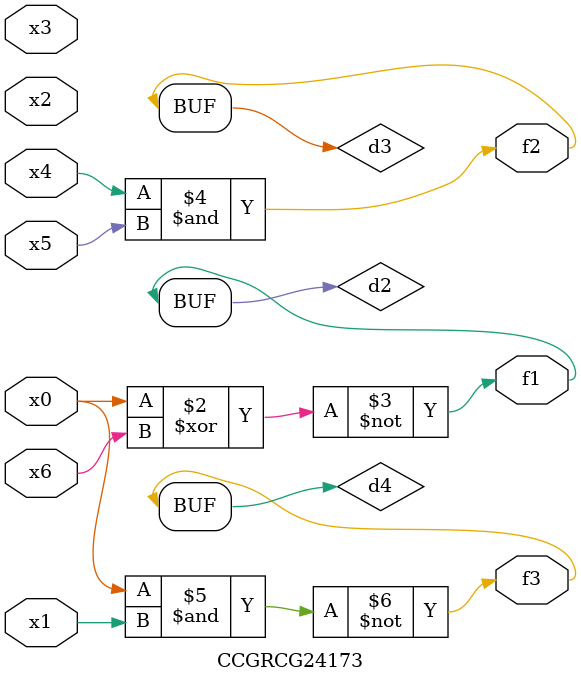
<source format=v>
module CCGRCG24173(
	input x0, x1, x2, x3, x4, x5, x6,
	output f1, f2, f3
);

	wire d1, d2, d3, d4;

	nor (d1, x0);
	xnor (d2, x0, x6);
	and (d3, x4, x5);
	nand (d4, x0, x1);
	assign f1 = d2;
	assign f2 = d3;
	assign f3 = d4;
endmodule

</source>
